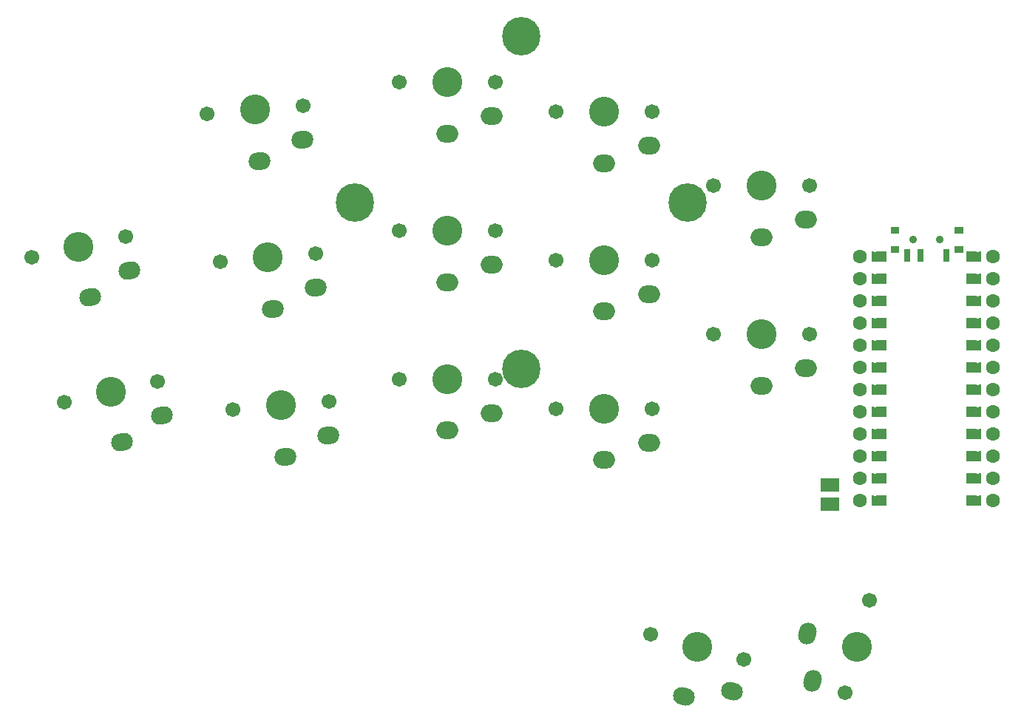
<source format=gbr>
G04 #@! TF.GenerationSoftware,KiCad,Pcbnew,6.0.0-d3dd2cf0fa~116~ubuntu20.04.1*
G04 #@! TF.CreationDate,2022-01-08T10:42:04-05:00*
G04 #@! TF.ProjectId,phantoma,7068616e-746f-46d6-912e-6b696361645f,0.1*
G04 #@! TF.SameCoordinates,Original*
G04 #@! TF.FileFunction,Soldermask,Top*
G04 #@! TF.FilePolarity,Negative*
%FSLAX46Y46*%
G04 Gerber Fmt 4.6, Leading zero omitted, Abs format (unit mm)*
G04 Created by KiCad (PCBNEW 6.0.0-d3dd2cf0fa~116~ubuntu20.04.1) date 2022-01-08 10:42:04*
%MOMM*%
%LPD*%
G01*
G04 APERTURE LIST*
G04 Aperture macros list*
%AMHorizOval*
0 Thick line with rounded ends*
0 $1 width*
0 $2 $3 position (X,Y) of the first rounded end (center of the circle)*
0 $4 $5 position (X,Y) of the second rounded end (center of the circle)*
0 Add line between two ends*
20,1,$1,$2,$3,$4,$5,0*
0 Add two circle primitives to create the rounded ends*
1,1,$1,$2,$3*
1,1,$1,$4,$5*%
%AMFreePoly0*
4,1,6,0.600000,0.200000,0.000000,-0.400000,-0.600000,0.200000,-0.600000,0.400000,0.600000,0.400000,0.600000,0.200000,0.600000,0.200000,$1*%
%AMFreePoly1*
4,1,6,0.600000,-0.250000,-0.600000,-0.250000,-0.600000,1.000000,0.000000,0.400000,0.600000,1.000000,0.600000,-0.250000,0.600000,-0.250000,$1*%
G04 Aperture macros list end*
%ADD10C,0.100000*%
%ADD11C,1.701800*%
%ADD12C,3.429000*%
%ADD13HorizOval,2.000000X0.244074X0.054110X-0.244074X-0.054110X0*%
%ADD14HorizOval,2.000000X0.249049X0.021789X-0.249049X-0.021789X0*%
%ADD15O,2.500000X2.000000*%
%ADD16HorizOval,2.000000X0.241481X-0.064705X-0.241481X0.064705X0*%
%ADD17HorizOval,2.000000X-0.064705X-0.241481X0.064705X0.241481X0*%
%ADD18C,1.600000*%
%ADD19FreePoly0,90.000000*%
%ADD20FreePoly0,270.000000*%
%ADD21FreePoly1,270.000000*%
%ADD22FreePoly1,90.000000*%
%ADD23C,0.900000*%
%ADD24C,4.400000*%
G04 APERTURE END LIST*
D10*
X124046965Y-91179741D02*
X122046965Y-91179741D01*
X122046965Y-91179741D02*
X122046965Y-89779741D01*
X122046965Y-89779741D02*
X124046965Y-89779741D01*
X124046965Y-89779741D02*
X124046965Y-91179741D01*
G36*
X124046965Y-91179741D02*
G01*
X122046965Y-91179741D01*
X122046965Y-89779741D01*
X124046965Y-89779741D01*
X124046965Y-91179741D01*
G37*
X124046965Y-91179741D02*
X122046965Y-91179741D01*
X122046965Y-89779741D01*
X124046965Y-89779741D01*
X124046965Y-91179741D01*
X124046965Y-93378299D02*
X122046965Y-93378299D01*
X122046965Y-93378299D02*
X122046965Y-91978299D01*
X122046965Y-91978299D02*
X124046965Y-91978299D01*
X124046965Y-91978299D02*
X124046965Y-93378299D01*
G36*
X124046965Y-93378299D02*
G01*
X122046965Y-93378299D01*
X122046965Y-91978299D01*
X124046965Y-91978299D01*
X124046965Y-93378299D01*
G37*
X124046965Y-93378299D02*
X122046965Y-93378299D01*
X122046965Y-91978299D01*
X124046965Y-91978299D01*
X124046965Y-93378299D01*
X129059009Y-63826446D02*
X129059009Y-64842446D01*
X129059009Y-64842446D02*
X128043009Y-64842446D01*
X128043009Y-64842446D02*
X128043009Y-63826446D01*
X128043009Y-63826446D02*
X129059009Y-63826446D01*
G36*
X129059009Y-64842446D02*
G01*
X128043009Y-64842446D01*
X128043009Y-63826446D01*
X129059009Y-63826446D01*
X129059009Y-64842446D01*
G37*
X129059009Y-64842446D02*
X128043009Y-64842446D01*
X128043009Y-63826446D01*
X129059009Y-63826446D01*
X129059009Y-64842446D01*
X129059009Y-76526446D02*
X129059009Y-77542446D01*
X129059009Y-77542446D02*
X128043009Y-77542446D01*
X128043009Y-77542446D02*
X128043009Y-76526446D01*
X128043009Y-76526446D02*
X129059009Y-76526446D01*
G36*
X129059009Y-77542446D02*
G01*
X128043009Y-77542446D01*
X128043009Y-76526446D01*
X129059009Y-76526446D01*
X129059009Y-77542446D01*
G37*
X129059009Y-77542446D02*
X128043009Y-77542446D01*
X128043009Y-76526446D01*
X129059009Y-76526446D01*
X129059009Y-77542446D01*
X129059009Y-71446446D02*
X129059009Y-72462446D01*
X129059009Y-72462446D02*
X128043009Y-72462446D01*
X128043009Y-72462446D02*
X128043009Y-71446446D01*
X128043009Y-71446446D02*
X129059009Y-71446446D01*
G36*
X129059009Y-72462446D02*
G01*
X128043009Y-72462446D01*
X128043009Y-71446446D01*
X129059009Y-71446446D01*
X129059009Y-72462446D01*
G37*
X129059009Y-72462446D02*
X128043009Y-72462446D01*
X128043009Y-71446446D01*
X129059009Y-71446446D01*
X129059009Y-72462446D01*
X139219009Y-64842446D02*
X139219009Y-63826446D01*
X139219009Y-63826446D02*
X140235009Y-63826446D01*
X140235009Y-63826446D02*
X140235009Y-64842446D01*
X140235009Y-64842446D02*
X139219009Y-64842446D01*
G36*
X140235009Y-64842446D02*
G01*
X139219009Y-64842446D01*
X139219009Y-63826446D01*
X140235009Y-63826446D01*
X140235009Y-64842446D01*
G37*
X140235009Y-64842446D02*
X139219009Y-64842446D01*
X139219009Y-63826446D01*
X140235009Y-63826446D01*
X140235009Y-64842446D01*
X139219009Y-80082446D02*
X139219009Y-79066446D01*
X139219009Y-79066446D02*
X140235009Y-79066446D01*
X140235009Y-79066446D02*
X140235009Y-80082446D01*
X140235009Y-80082446D02*
X139219009Y-80082446D01*
G36*
X140235009Y-80082446D02*
G01*
X139219009Y-80082446D01*
X139219009Y-79066446D01*
X140235009Y-79066446D01*
X140235009Y-80082446D01*
G37*
X140235009Y-80082446D02*
X139219009Y-80082446D01*
X139219009Y-79066446D01*
X140235009Y-79066446D01*
X140235009Y-80082446D01*
X129059009Y-79066446D02*
X129059009Y-80082446D01*
X129059009Y-80082446D02*
X128043009Y-80082446D01*
X128043009Y-80082446D02*
X128043009Y-79066446D01*
X128043009Y-79066446D02*
X129059009Y-79066446D01*
G36*
X129059009Y-80082446D02*
G01*
X128043009Y-80082446D01*
X128043009Y-79066446D01*
X129059009Y-79066446D01*
X129059009Y-80082446D01*
G37*
X129059009Y-80082446D02*
X128043009Y-80082446D01*
X128043009Y-79066446D01*
X129059009Y-79066446D01*
X129059009Y-80082446D01*
X139219009Y-85162446D02*
X139219009Y-84146446D01*
X139219009Y-84146446D02*
X140235009Y-84146446D01*
X140235009Y-84146446D02*
X140235009Y-85162446D01*
X140235009Y-85162446D02*
X139219009Y-85162446D01*
G36*
X140235009Y-85162446D02*
G01*
X139219009Y-85162446D01*
X139219009Y-84146446D01*
X140235009Y-84146446D01*
X140235009Y-85162446D01*
G37*
X140235009Y-85162446D02*
X139219009Y-85162446D01*
X139219009Y-84146446D01*
X140235009Y-84146446D01*
X140235009Y-85162446D01*
X139219009Y-77542446D02*
X139219009Y-76526446D01*
X139219009Y-76526446D02*
X140235009Y-76526446D01*
X140235009Y-76526446D02*
X140235009Y-77542446D01*
X140235009Y-77542446D02*
X139219009Y-77542446D01*
G36*
X140235009Y-77542446D02*
G01*
X139219009Y-77542446D01*
X139219009Y-76526446D01*
X140235009Y-76526446D01*
X140235009Y-77542446D01*
G37*
X140235009Y-77542446D02*
X139219009Y-77542446D01*
X139219009Y-76526446D01*
X140235009Y-76526446D01*
X140235009Y-77542446D01*
X129059009Y-84146446D02*
X129059009Y-85162446D01*
X129059009Y-85162446D02*
X128043009Y-85162446D01*
X128043009Y-85162446D02*
X128043009Y-84146446D01*
X128043009Y-84146446D02*
X129059009Y-84146446D01*
G36*
X129059009Y-85162446D02*
G01*
X128043009Y-85162446D01*
X128043009Y-84146446D01*
X129059009Y-84146446D01*
X129059009Y-85162446D01*
G37*
X129059009Y-85162446D02*
X128043009Y-85162446D01*
X128043009Y-84146446D01*
X129059009Y-84146446D01*
X129059009Y-85162446D01*
X129059009Y-66366446D02*
X129059009Y-67382446D01*
X129059009Y-67382446D02*
X128043009Y-67382446D01*
X128043009Y-67382446D02*
X128043009Y-66366446D01*
X128043009Y-66366446D02*
X129059009Y-66366446D01*
G36*
X129059009Y-67382446D02*
G01*
X128043009Y-67382446D01*
X128043009Y-66366446D01*
X129059009Y-66366446D01*
X129059009Y-67382446D01*
G37*
X129059009Y-67382446D02*
X128043009Y-67382446D01*
X128043009Y-66366446D01*
X129059009Y-66366446D01*
X129059009Y-67382446D01*
X139219009Y-69922446D02*
X139219009Y-68906446D01*
X139219009Y-68906446D02*
X140235009Y-68906446D01*
X140235009Y-68906446D02*
X140235009Y-69922446D01*
X140235009Y-69922446D02*
X139219009Y-69922446D01*
G36*
X140235009Y-69922446D02*
G01*
X139219009Y-69922446D01*
X139219009Y-68906446D01*
X140235009Y-68906446D01*
X140235009Y-69922446D01*
G37*
X140235009Y-69922446D02*
X139219009Y-69922446D01*
X139219009Y-68906446D01*
X140235009Y-68906446D01*
X140235009Y-69922446D01*
X129059009Y-81606446D02*
X129059009Y-82622446D01*
X129059009Y-82622446D02*
X128043009Y-82622446D01*
X128043009Y-82622446D02*
X128043009Y-81606446D01*
X128043009Y-81606446D02*
X129059009Y-81606446D01*
G36*
X129059009Y-82622446D02*
G01*
X128043009Y-82622446D01*
X128043009Y-81606446D01*
X129059009Y-81606446D01*
X129059009Y-82622446D01*
G37*
X129059009Y-82622446D02*
X128043009Y-82622446D01*
X128043009Y-81606446D01*
X129059009Y-81606446D01*
X129059009Y-82622446D01*
X139219009Y-75002446D02*
X139219009Y-73986446D01*
X139219009Y-73986446D02*
X140235009Y-73986446D01*
X140235009Y-73986446D02*
X140235009Y-75002446D01*
X140235009Y-75002446D02*
X139219009Y-75002446D01*
G36*
X140235009Y-75002446D02*
G01*
X139219009Y-75002446D01*
X139219009Y-73986446D01*
X140235009Y-73986446D01*
X140235009Y-75002446D01*
G37*
X140235009Y-75002446D02*
X139219009Y-75002446D01*
X139219009Y-73986446D01*
X140235009Y-73986446D01*
X140235009Y-75002446D01*
X129059009Y-68906446D02*
X129059009Y-69922446D01*
X129059009Y-69922446D02*
X128043009Y-69922446D01*
X128043009Y-69922446D02*
X128043009Y-68906446D01*
X128043009Y-68906446D02*
X129059009Y-68906446D01*
G36*
X129059009Y-69922446D02*
G01*
X128043009Y-69922446D01*
X128043009Y-68906446D01*
X129059009Y-68906446D01*
X129059009Y-69922446D01*
G37*
X129059009Y-69922446D02*
X128043009Y-69922446D01*
X128043009Y-68906446D01*
X129059009Y-68906446D01*
X129059009Y-69922446D01*
X129059009Y-89226446D02*
X129059009Y-90242446D01*
X129059009Y-90242446D02*
X128043009Y-90242446D01*
X128043009Y-90242446D02*
X128043009Y-89226446D01*
X128043009Y-89226446D02*
X129059009Y-89226446D01*
G36*
X129059009Y-90242446D02*
G01*
X128043009Y-90242446D01*
X128043009Y-89226446D01*
X129059009Y-89226446D01*
X129059009Y-90242446D01*
G37*
X129059009Y-90242446D02*
X128043009Y-90242446D01*
X128043009Y-89226446D01*
X129059009Y-89226446D01*
X129059009Y-90242446D01*
X139219009Y-67382446D02*
X139219009Y-66366446D01*
X139219009Y-66366446D02*
X140235009Y-66366446D01*
X140235009Y-66366446D02*
X140235009Y-67382446D01*
X140235009Y-67382446D02*
X139219009Y-67382446D01*
G36*
X140235009Y-67382446D02*
G01*
X139219009Y-67382446D01*
X139219009Y-66366446D01*
X140235009Y-66366446D01*
X140235009Y-67382446D01*
G37*
X140235009Y-67382446D02*
X139219009Y-67382446D01*
X139219009Y-66366446D01*
X140235009Y-66366446D01*
X140235009Y-67382446D01*
X139219009Y-87702446D02*
X139219009Y-86686446D01*
X139219009Y-86686446D02*
X140235009Y-86686446D01*
X140235009Y-86686446D02*
X140235009Y-87702446D01*
X140235009Y-87702446D02*
X139219009Y-87702446D01*
G36*
X140235009Y-87702446D02*
G01*
X139219009Y-87702446D01*
X139219009Y-86686446D01*
X140235009Y-86686446D01*
X140235009Y-87702446D01*
G37*
X140235009Y-87702446D02*
X139219009Y-87702446D01*
X139219009Y-86686446D01*
X140235009Y-86686446D01*
X140235009Y-87702446D01*
X139219009Y-92782446D02*
X139219009Y-91766446D01*
X139219009Y-91766446D02*
X140235009Y-91766446D01*
X140235009Y-91766446D02*
X140235009Y-92782446D01*
X140235009Y-92782446D02*
X139219009Y-92782446D01*
G36*
X140235009Y-92782446D02*
G01*
X139219009Y-92782446D01*
X139219009Y-91766446D01*
X140235009Y-91766446D01*
X140235009Y-92782446D01*
G37*
X140235009Y-92782446D02*
X139219009Y-92782446D01*
X139219009Y-91766446D01*
X140235009Y-91766446D01*
X140235009Y-92782446D01*
X139219009Y-82622446D02*
X139219009Y-81606446D01*
X139219009Y-81606446D02*
X140235009Y-81606446D01*
X140235009Y-81606446D02*
X140235009Y-82622446D01*
X140235009Y-82622446D02*
X139219009Y-82622446D01*
G36*
X140235009Y-82622446D02*
G01*
X139219009Y-82622446D01*
X139219009Y-81606446D01*
X140235009Y-81606446D01*
X140235009Y-82622446D01*
G37*
X140235009Y-82622446D02*
X139219009Y-82622446D01*
X139219009Y-81606446D01*
X140235009Y-81606446D01*
X140235009Y-82622446D01*
X129059009Y-91766446D02*
X129059009Y-92782446D01*
X129059009Y-92782446D02*
X128043009Y-92782446D01*
X128043009Y-92782446D02*
X128043009Y-91766446D01*
X128043009Y-91766446D02*
X129059009Y-91766446D01*
G36*
X129059009Y-92782446D02*
G01*
X128043009Y-92782446D01*
X128043009Y-91766446D01*
X129059009Y-91766446D01*
X129059009Y-92782446D01*
G37*
X129059009Y-92782446D02*
X128043009Y-92782446D01*
X128043009Y-91766446D01*
X129059009Y-91766446D01*
X129059009Y-92782446D01*
X139219009Y-90242446D02*
X139219009Y-89226446D01*
X139219009Y-89226446D02*
X140235009Y-89226446D01*
X140235009Y-89226446D02*
X140235009Y-90242446D01*
X140235009Y-90242446D02*
X139219009Y-90242446D01*
G36*
X140235009Y-90242446D02*
G01*
X139219009Y-90242446D01*
X139219009Y-89226446D01*
X140235009Y-89226446D01*
X140235009Y-90242446D01*
G37*
X140235009Y-90242446D02*
X139219009Y-90242446D01*
X139219009Y-89226446D01*
X140235009Y-89226446D01*
X140235009Y-90242446D01*
X139219009Y-72462446D02*
X139219009Y-71446446D01*
X139219009Y-71446446D02*
X140235009Y-71446446D01*
X140235009Y-71446446D02*
X140235009Y-72462446D01*
X140235009Y-72462446D02*
X139219009Y-72462446D01*
G36*
X140235009Y-72462446D02*
G01*
X139219009Y-72462446D01*
X139219009Y-71446446D01*
X140235009Y-71446446D01*
X140235009Y-72462446D01*
G37*
X140235009Y-72462446D02*
X139219009Y-72462446D01*
X139219009Y-71446446D01*
X140235009Y-71446446D01*
X140235009Y-72462446D01*
X129059009Y-86686446D02*
X129059009Y-87702446D01*
X129059009Y-87702446D02*
X128043009Y-87702446D01*
X128043009Y-87702446D02*
X128043009Y-86686446D01*
X128043009Y-86686446D02*
X129059009Y-86686446D01*
G36*
X129059009Y-87702446D02*
G01*
X128043009Y-87702446D01*
X128043009Y-86686446D01*
X129059009Y-86686446D01*
X129059009Y-87702446D01*
G37*
X129059009Y-87702446D02*
X128043009Y-87702446D01*
X128043009Y-86686446D01*
X129059009Y-86686446D01*
X129059009Y-87702446D01*
X129059009Y-73986446D02*
X129059009Y-75002446D01*
X129059009Y-75002446D02*
X128043009Y-75002446D01*
X128043009Y-75002446D02*
X128043009Y-73986446D01*
X128043009Y-73986446D02*
X129059009Y-73986446D01*
G36*
X129059009Y-75002446D02*
G01*
X128043009Y-75002446D01*
X128043009Y-73986446D01*
X129059009Y-73986446D01*
X129059009Y-75002446D01*
G37*
X129059009Y-75002446D02*
X128043009Y-75002446D01*
X128043009Y-73986446D01*
X129059009Y-73986446D01*
X129059009Y-75002446D01*
X136697486Y-63491256D02*
X136697486Y-64891256D01*
X136697486Y-64891256D02*
X136097486Y-64891256D01*
X136097486Y-64891256D02*
X136097486Y-63491256D01*
X136097486Y-63491256D02*
X136697486Y-63491256D01*
G36*
X136697486Y-64891256D02*
G01*
X136097486Y-64891256D01*
X136097486Y-63491256D01*
X136697486Y-63491256D01*
X136697486Y-64891256D01*
G37*
X136697486Y-64891256D02*
X136097486Y-64891256D01*
X136097486Y-63491256D01*
X136697486Y-63491256D01*
X136697486Y-64891256D01*
X130947486Y-60991256D02*
X130947486Y-61691256D01*
X130947486Y-61691256D02*
X130047486Y-61691256D01*
X130047486Y-61691256D02*
X130047486Y-60991256D01*
X130047486Y-60991256D02*
X130947486Y-60991256D01*
G36*
X130947486Y-61691256D02*
G01*
X130047486Y-61691256D01*
X130047486Y-60991256D01*
X130947486Y-60991256D01*
X130947486Y-61691256D01*
G37*
X130947486Y-61691256D02*
X130047486Y-61691256D01*
X130047486Y-60991256D01*
X130947486Y-60991256D01*
X130947486Y-61691256D01*
X133697486Y-63491256D02*
X133697486Y-64891256D01*
X133697486Y-64891256D02*
X133097486Y-64891256D01*
X133097486Y-64891256D02*
X133097486Y-63491256D01*
X133097486Y-63491256D02*
X133697486Y-63491256D01*
G36*
X133697486Y-64891256D02*
G01*
X133097486Y-64891256D01*
X133097486Y-63491256D01*
X133697486Y-63491256D01*
X133697486Y-64891256D01*
G37*
X133697486Y-64891256D02*
X133097486Y-64891256D01*
X133097486Y-63491256D01*
X133697486Y-63491256D01*
X133697486Y-64891256D01*
X138247486Y-63191256D02*
X138247486Y-63891256D01*
X138247486Y-63891256D02*
X137347486Y-63891256D01*
X137347486Y-63891256D02*
X137347486Y-63191256D01*
X137347486Y-63191256D02*
X138247486Y-63191256D01*
G36*
X138247486Y-63891256D02*
G01*
X137347486Y-63891256D01*
X137347486Y-63191256D01*
X138247486Y-63191256D01*
X138247486Y-63891256D01*
G37*
X138247486Y-63891256D02*
X137347486Y-63891256D01*
X137347486Y-63191256D01*
X138247486Y-63191256D01*
X138247486Y-63891256D01*
X138247486Y-60991256D02*
X138247486Y-61691256D01*
X138247486Y-61691256D02*
X137347486Y-61691256D01*
X137347486Y-61691256D02*
X137347486Y-60991256D01*
X137347486Y-60991256D02*
X138247486Y-60991256D01*
G36*
X138247486Y-61691256D02*
G01*
X137347486Y-61691256D01*
X137347486Y-60991256D01*
X138247486Y-60991256D01*
X138247486Y-61691256D01*
G37*
X138247486Y-61691256D02*
X137347486Y-61691256D01*
X137347486Y-60991256D01*
X138247486Y-60991256D01*
X138247486Y-61691256D01*
X132197486Y-63491256D02*
X132197486Y-64891256D01*
X132197486Y-64891256D02*
X131597486Y-64891256D01*
X131597486Y-64891256D02*
X131597486Y-63491256D01*
X131597486Y-63491256D02*
X132197486Y-63491256D01*
G36*
X132197486Y-64891256D02*
G01*
X131597486Y-64891256D01*
X131597486Y-63491256D01*
X132197486Y-63491256D01*
X132197486Y-64891256D01*
G37*
X132197486Y-64891256D02*
X131597486Y-64891256D01*
X131597486Y-63491256D01*
X132197486Y-63491256D01*
X132197486Y-64891256D01*
X130947486Y-63191256D02*
X130947486Y-63891256D01*
X130947486Y-63891256D02*
X130047486Y-63891256D01*
X130047486Y-63891256D02*
X130047486Y-63191256D01*
X130047486Y-63191256D02*
X130947486Y-63191256D01*
G36*
X130947486Y-63891256D02*
G01*
X130047486Y-63891256D01*
X130047486Y-63191256D01*
X130947486Y-63191256D01*
X130947486Y-63891256D01*
G37*
X130947486Y-63891256D02*
X130047486Y-63891256D01*
X130047486Y-63191256D01*
X130947486Y-63191256D01*
X130947486Y-63891256D01*
D11*
X31690870Y-64461023D03*
X42430126Y-62080187D03*
D12*
X37060498Y-63270605D03*
D13*
X42883722Y-65974317D03*
X38337492Y-69030751D03*
D12*
X57254777Y-47537462D03*
D11*
X51775706Y-48016819D03*
X62733848Y-47058105D03*
D14*
X62675277Y-50978127D03*
X57768996Y-53415011D03*
D11*
X73740000Y-44405728D03*
X84740000Y-44405728D03*
D12*
X79240000Y-44405728D03*
D15*
X84340000Y-48305728D03*
X79240000Y-50305728D03*
D12*
X97249010Y-47774444D03*
D11*
X91749010Y-47774444D03*
X102749010Y-47774444D03*
D15*
X102349010Y-51674444D03*
X97249010Y-53674444D03*
D11*
X120749006Y-56274447D03*
D12*
X115249006Y-56274447D03*
D11*
X109749006Y-56274447D03*
D15*
X120349006Y-60174447D03*
X115249006Y-62174447D03*
D11*
X46109602Y-78677213D03*
D12*
X40739974Y-79867631D03*
D11*
X35370346Y-81058049D03*
D13*
X46563198Y-82571343D03*
X42016968Y-85627777D03*
D11*
X53257348Y-64952135D03*
X64215490Y-63993421D03*
D12*
X58736419Y-64472778D03*
D14*
X64156919Y-67913443D03*
X59250638Y-70350327D03*
D12*
X79240000Y-61405728D03*
D11*
X84740000Y-61405728D03*
X73740000Y-61405728D03*
D15*
X84340000Y-65305728D03*
X79240000Y-67305728D03*
D11*
X102749010Y-64774441D03*
X91749010Y-64774441D03*
D12*
X97249010Y-64774441D03*
D15*
X102349010Y-68674441D03*
X97249010Y-70674441D03*
D11*
X109749010Y-73274446D03*
X120749010Y-73274446D03*
D12*
X115249010Y-73274446D03*
D15*
X120349010Y-77174446D03*
X115249010Y-79174446D03*
D12*
X60218067Y-81408086D03*
D11*
X54738996Y-81887443D03*
X65697138Y-80928729D03*
D14*
X65638567Y-84848751D03*
X60732286Y-87285635D03*
D12*
X79240000Y-78405739D03*
D11*
X84740000Y-78405739D03*
X73740000Y-78405739D03*
D15*
X84340000Y-82305739D03*
X79240000Y-84305739D03*
D11*
X91749010Y-81774443D03*
D12*
X97249010Y-81774443D03*
D11*
X102749010Y-81774443D03*
D15*
X102349010Y-85674443D03*
X97249010Y-87674443D03*
D12*
X107907278Y-109056730D03*
D11*
X102594686Y-107633225D03*
X113219870Y-110480235D03*
D16*
X111824105Y-114143818D03*
X106380246Y-114755692D03*
D12*
X126213408Y-109047668D03*
D11*
X127636913Y-103735076D03*
X124789903Y-114360260D03*
D17*
X121126320Y-112964495D03*
X120514446Y-107520636D03*
D18*
X126519009Y-64334446D03*
X141759009Y-74494446D03*
D19*
X128297009Y-71954446D03*
D20*
X139981009Y-82114446D03*
D18*
X141759009Y-69414446D03*
X126519009Y-71954446D03*
X126519009Y-77034446D03*
D19*
X128297009Y-87194446D03*
X128297009Y-92274446D03*
D18*
X141759009Y-79574446D03*
D19*
X128297009Y-84654446D03*
D18*
X141759009Y-92274446D03*
D20*
X139981009Y-87194446D03*
D19*
X128297009Y-77034446D03*
X128297009Y-79574446D03*
D18*
X126519009Y-66874446D03*
X141759009Y-84654446D03*
D19*
X128297009Y-64334446D03*
D18*
X141759009Y-77034446D03*
X141759009Y-64334446D03*
D19*
X128297009Y-66874446D03*
X128297009Y-89734446D03*
D20*
X139981009Y-89734446D03*
D18*
X141759009Y-82114446D03*
X141759009Y-71954446D03*
X126519009Y-69414446D03*
D19*
X128297009Y-74494446D03*
D20*
X139981009Y-79574446D03*
D18*
X126519009Y-89734446D03*
X126519009Y-79574446D03*
D19*
X128297009Y-69414446D03*
D18*
X126519009Y-87194446D03*
D20*
X139981009Y-74494446D03*
D18*
X141759009Y-66874446D03*
D20*
X139981009Y-69414446D03*
D18*
X126519009Y-74494446D03*
D20*
X139981009Y-71954446D03*
D18*
X126519009Y-84654446D03*
D20*
X139981009Y-66874446D03*
D18*
X126519009Y-92274446D03*
D20*
X139981009Y-64334446D03*
D18*
X126519009Y-82114446D03*
D20*
X139981009Y-84654446D03*
D18*
X141759009Y-89734446D03*
D20*
X139981009Y-92274446D03*
D19*
X128297009Y-82114446D03*
D20*
X139981009Y-77034446D03*
D18*
X141759009Y-87194446D03*
D21*
X138965009Y-64334446D03*
X138965009Y-66874446D03*
X138965009Y-69414446D03*
X138965009Y-71954446D03*
X138965009Y-74494446D03*
X138965009Y-77034446D03*
X138965009Y-79574446D03*
X138965009Y-82114446D03*
X138965009Y-84654446D03*
X138965009Y-87194446D03*
X138965009Y-89734446D03*
X138965009Y-92274446D03*
D22*
X129313009Y-92274446D03*
X129313009Y-89734446D03*
X129313009Y-87194446D03*
X129313009Y-84654446D03*
X129313009Y-82114446D03*
X129313009Y-79574446D03*
X129313009Y-77034446D03*
X129313009Y-74494446D03*
X129313009Y-71954446D03*
X129313009Y-69414446D03*
X129313009Y-66874446D03*
X129313009Y-64334446D03*
D23*
X135647486Y-62441256D03*
X132647486Y-62441256D03*
X135647486Y-62441256D03*
X132647486Y-62441256D03*
D24*
X68707000Y-58166000D03*
X87757000Y-39116000D03*
X106807000Y-58166000D03*
X87757000Y-77216000D03*
M02*

</source>
